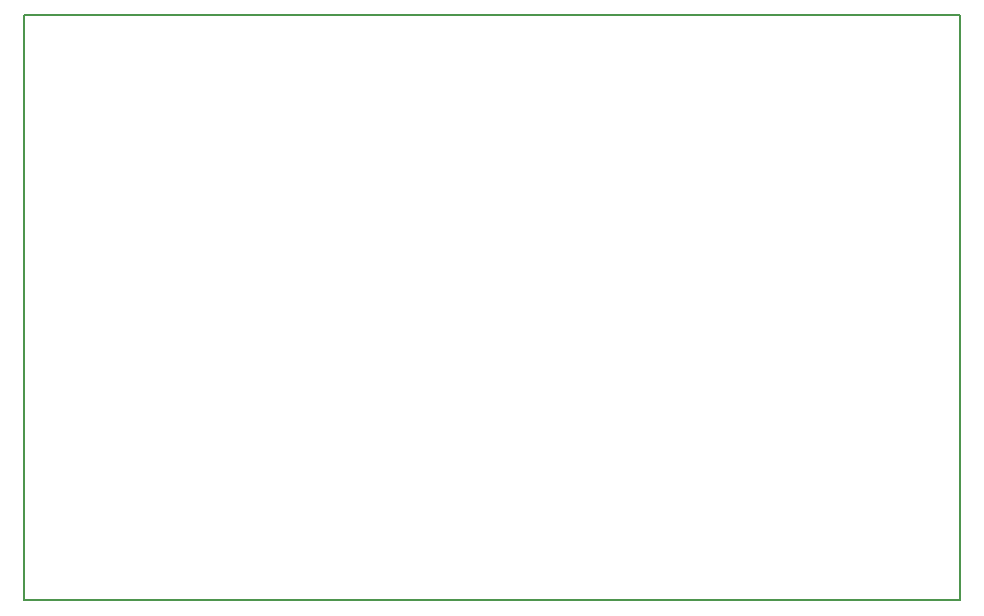
<source format=gbr>
G04 #@! TF.GenerationSoftware,KiCad,Pcbnew,(5.0.0)*
G04 #@! TF.CreationDate,2018-10-12T13:30:30-06:00*
G04 #@! TF.ProjectId,EByte_E73_tester,45427974655F4537335F746573746572,rev?*
G04 #@! TF.SameCoordinates,Original*
G04 #@! TF.FileFunction,Profile,NP*
%FSLAX46Y46*%
G04 Gerber Fmt 4.6, Leading zero omitted, Abs format (unit mm)*
G04 Created by KiCad (PCBNEW (5.0.0)) date 10/12/18 13:30:30*
%MOMM*%
%LPD*%
G01*
G04 APERTURE LIST*
%ADD10C,0.150000*%
G04 APERTURE END LIST*
D10*
X60960000Y-132080000D02*
X140208000Y-132080000D01*
X60960000Y-82550000D02*
X60960000Y-132080000D01*
X140208000Y-82550000D02*
X60960000Y-82550000D01*
X140208000Y-132080000D02*
X140208000Y-82550000D01*
M02*

</source>
